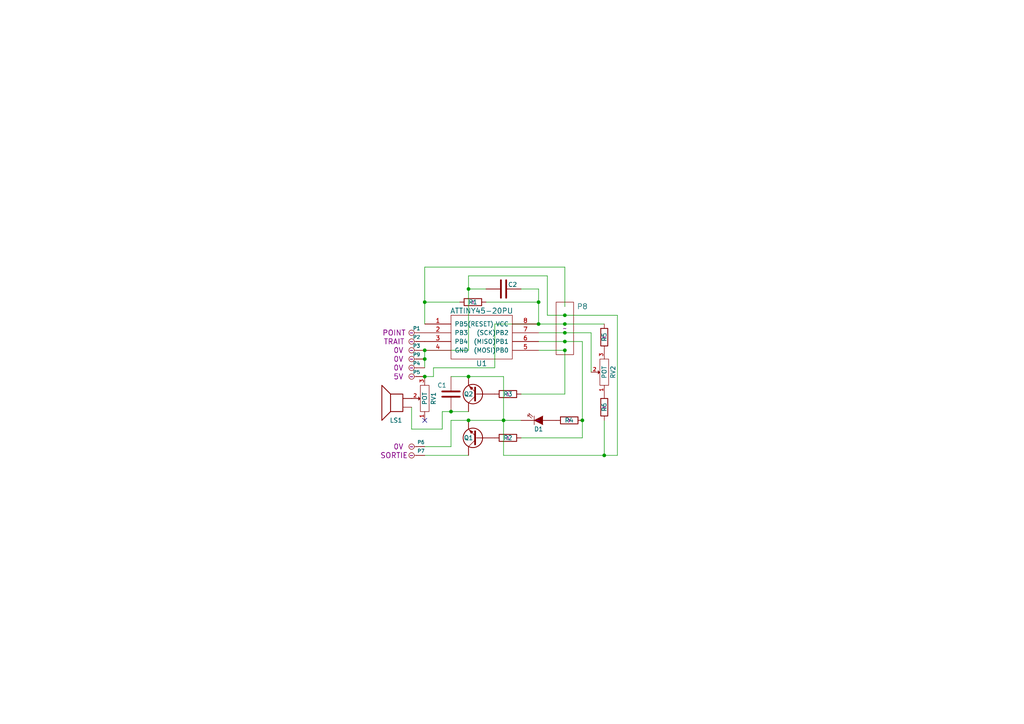
<source format=kicad_sch>
(kicad_sch (version 20211123) (generator eeschema)
  (paper "A4")
  (title_block (date "2015-01-12"))
  (lib_symbols
    (symbol "common:ATTINY45-20PU" (pin_names (offset 1.016))
      (property "Reference" "U" (at 0 7.62 0))
      (property "Value" "ATTINY45-20PU" (at 0 -7.62 0))
      (symbol "ATTINY45-20PU_0_1"
        (rectangle (start -8.89 6.35) (end 8.89 -6.35))
      )
      (symbol "ATTINY45-20PU_1_1"
        (pin input line (at -16.51 3.81 0) (length 7.62) (name "PB5(RESET)") (number "1"))
        (pin bidirectional line (at -16.51 1.27 0) (length 7.62) (name "PB3") (number "2"))
        (pin bidirectional line (at -16.51 -1.27 0) (length 7.62) (name "PB4") (number "3"))
        (pin input line (at -16.51 -3.81 0) (length 7.62) (name "GND") (number "4"))
        (pin bidirectional line (at 16.51 -3.81 180) (length 7.62) (name "(MOSI)PB0") (number "5"))
        (pin bidirectional line (at 16.51 -1.27 180) (length 7.62) (name "(MISO)PB1") (number "6"))
        (pin bidirectional line (at 16.51 1.27 180) (length 7.62) (name "(SCK)PB2") (number "7"))
        (pin input line (at 16.51 3.81 180) (length 7.62) (name "VCC") (number "8"))
      )
    )
    (symbol "common:C" (pin_numbers hide) (pin_names (offset 0.254))
      (property "Reference" "C" (at 1.27 2.54 0))
      (symbol "C_0_1"
        (polyline (pts (xy -2.54 -0.762) (xy 2.54 -0.762)) (stroke (width 0.508)))
        (polyline (pts (xy -2.54 0.762) (xy 2.54 0.762)) (stroke (width 0.508)))
      )
      (symbol "C_1_1"
        (pin passive line (at 0 5.08 270) (length 4.318) (name "~") (number "1"))
        (pin passive line (at 0 -5.08 90) (length 4.318) (name "~") (number "2"))
      )
    )
    (symbol "common:CONN_1" (pin_numbers hide) (pin_names (offset 0.762) hide)
      (property "Reference" "P" (at 2.032 0 0))
      (symbol "CONN_1_0_1"
        (polyline (pts (xy -0.762 0) (xy -1.27 0)))
        (circle (center 0 0) (radius 0.7874))
      )
      (symbol "CONN_1_1_1"
        (pin passive line (at -3.81 0 0) (length 2.54) (name "1") (number "1"))
      )
    )
    (symbol "common:CONN_6" (pin_numbers hide) (pin_names (offset 0.762) hide)
      (property "Reference" "P" (at 0 -8.89 0))
      (symbol "CONN_6_0_1"
        (rectangle (start -2.54 7.62) (end 2.54 -7.62))
      )
      (symbol "CONN_6_1_1"
        (pin passive line (at 0 6.35 90) (length 0) (name "1") (number "1"))
        (pin passive line (at 0 3.81 90) (length 0) (name "2") (number "2"))
        (pin passive line (at 0 1.27 90) (length 0) (name "3") (number "3"))
        (pin passive line (at 0 -1.27 90) (length 0) (name "4") (number "4"))
        (pin passive line (at 0 -3.81 90) (length 0) (name "5") (number "5"))
        (pin passive line (at 0 -6.35 270) (length 0) (name "6") (number "6"))
      )
    )
    (symbol "common:LED" (pin_numbers hide) (pin_names (offset 1.016) hide)
      (property "Reference" "D" (at 0 2.54 0))
      (symbol "LED_0_1"
        (polyline (pts (xy 1.27 1.27) (xy 1.27 -1.27)))
        (polyline (pts (xy -1.27 1.27) (xy 1.27 0) (xy -1.27 -1.27)) (fill (type outline)))
        (polyline (pts (xy 1.651 -1.016) (xy 2.794 -2.032) (xy 2.667 -1.397)))
        (polyline (pts (xy 2.032 -0.635) (xy 3.175 -1.651) (xy 3.048 -1.016)))
      )
      (symbol "LED_1_1"
        (pin passive line (at -5.08 0 0) (length 3.81) (name "A") (number "1"))
        (pin passive line (at 5.08 0 180) (length 3.81) (name "K") (number "2"))
      )
    )
    (symbol "common:NPN" (pin_numbers hide) (pin_names (offset 0) hide)
      (property "Reference" "Q" (at 1.27 0 0))
      (symbol "NPN_0_1"
        (polyline (pts (xy 0 0) (xy 0.635 0)))
        (polyline (pts (xy 0.635 0.635) (xy 2.54 2.54)))
        (polyline (pts (xy 0.635 -0.635) (xy 2.54 -2.54) (xy 2.54 -2.54)))
        (polyline (pts (xy 0.635 1.905) (xy 0.635 -1.905) (xy 0.635 -1.905)) (stroke (width 0.508)))
        (polyline (pts (xy 1.27 -1.778) (xy 1.778 -1.27) (xy 2.286 -2.286) (xy 1.27 -1.778) (xy 1.27 -1.778)) (fill (type outline)))
        (circle (center 1.27 0) (radius 2.8194) (stroke (width 0.254)))
      )
      (symbol "NPN_1_1"
        (pin passive line (at 2.54 5.08 270) (length 2.54) (name "C") (number "1"))
        (pin input line (at -5.08 0 0) (length 5.08) (name "B") (number "2"))
        (pin passive line (at 2.54 -5.08 90) (length 2.54) (name "E") (number "3"))
      )
    )
    (symbol "common:POT" (pin_names (offset 1.016) hide)
      (property "Reference" "RV" (at 0 -2.54 0))
      (property "Value" "POT" (at 0 0 0))
      (symbol "POT_0_1"
        (rectangle (start -3.81 1.27) (end 3.81 -1.27))
        (polyline (pts (xy 0 1.27) (xy -0.508 1.778) (xy 0.508 1.778)) (fill (type outline)))
      )
      (symbol "POT_1_1"
        (pin passive line (at -6.35 0 0) (length 2.54) (name "1") (number "1"))
        (pin passive line (at 0 3.81 270) (length 2.032) (name "2") (number "2"))
        (pin passive line (at 6.35 0 180) (length 2.54) (name "3") (number "3"))
      )
    )
    (symbol "common:R" (pin_numbers hide) (pin_names (offset 0) hide)
      (property "Reference" "R" (at 0 0 90))
      (symbol "R_0_1"
        (rectangle (start -1.016 -2.54) (end 1.016 2.54) (stroke (width 0.254)))
      )
      (symbol "R_1_1"
        (pin passive line (at 0 3.81 270) (length 1.27) (name "~") (number "1"))
        (pin passive line (at 0 -3.81 90) (length 1.27) (name "~") (number "2"))
      )
    )
    (symbol "common:Speaker" (pin_numbers hide) (pin_names (offset 0) hide)
      (property "Reference" "LS" (at 1.27 5.715 0))
      (property "Value" "Speaker" (at 1.27 3.81 0))
      (symbol "Speaker_0_0"
        (rectangle (start -2.54 1.27) (end 1.016 -3.81) (stroke (width 0.254)))
        (polyline (pts (xy 1.016 1.27) (xy 3.556 3.81) (xy 3.556 -6.35) (xy 1.016 -3.81)) (stroke (width 0.254)))
      )
      (symbol "Speaker_1_1"
        (pin input line (at -5.08 0 0) (length 2.54) (name "1") (number "1"))
        (pin input line (at -5.08 -2.54 0) (length 2.54) (name "2") (number "2"))
      )
    )
  )
  (junction (at 123.19 104.14))
  (junction (at 163.83 93.98))
  (junction (at 163.83 99.06))
  (junction (at 175.26 132.08))
  (junction (at 135.89 83.82))
  (junction (at 123.19 87.63))
  (junction (at 156.21 87.63))
  (junction (at 146.05 121.92))
  (junction (at 163.83 91.44))
  (junction (at 123.19 101.6))
  (junction (at 123.19 109.22))
  (junction (at 163.83 101.6))
  (junction (at 135.89 109.22))
  (junction (at 168.91 121.92))
  (junction (at 135.89 121.92))
  (junction (at 163.83 96.52))
  (junction (at 130.81 119.38))
  (junction (at 156.21 93.98))
  (no_connect (at 123.19 121.92))
  (wire (pts (xy 128.27 124.46) (xy 119.38 124.46)))
  (wire (pts (xy 135.89 83.82) (xy 135.89 101.6)))
  (wire (pts (xy 163.83 99.06) (xy 168.91 99.06)))
  (wire (pts (xy 123.19 77.47) (xy 163.83 77.47)))
  (wire (pts (xy 135.89 101.6) (xy 123.19 101.6)))
  (wire (pts (xy 175.26 132.08) (xy 179.07 132.08)))
  (wire (pts (xy 175.26 121.92) (xy 175.26 132.08)))
  (wire (pts (xy 146.05 121.92) (xy 151.13 121.92)))
  (wire (pts (xy 156.21 83.82) (xy 156.21 87.63)))
  (wire (pts (xy 135.89 80.01) (xy 135.89 83.82)))
  (wire (pts (xy 123.19 104.14) (xy 123.19 106.68)))
  (wire (pts (xy 163.83 114.3) (xy 151.13 114.3)))
  (wire (pts (xy 143.51 106.68) (xy 143.51 93.98)))
  (wire (pts (xy 123.19 109.22) (xy 125.73 109.22)))
  (wire (pts (xy 130.81 129.54) (xy 123.19 129.54)))
  (wire (pts (xy 168.91 127) (xy 151.13 127)))
  (wire (pts (xy 163.83 96.52) (xy 171.45 96.52)))
  (wire (pts (xy 130.81 109.22) (xy 135.89 109.22)))
  (wire (pts (xy 179.07 132.08) (xy 179.07 91.44)))
  (wire (pts (xy 158.75 91.44) (xy 163.83 91.44)))
  (wire (pts (xy 125.73 109.22) (xy 125.73 106.68)))
  (wire (pts (xy 135.89 121.92) (xy 146.05 121.92)))
  (wire (pts (xy 123.19 132.08) (xy 135.89 132.08)))
  (wire (pts (xy 171.45 96.52) (xy 171.45 107.95)))
  (wire (pts (xy 156.21 99.06) (xy 163.83 99.06)))
  (wire (pts (xy 140.97 87.63) (xy 156.21 87.63)))
  (wire (pts (xy 130.81 121.92) (xy 135.89 121.92)))
  (wire (pts (xy 151.13 83.82) (xy 156.21 83.82)))
  (wire (pts (xy 163.83 101.6) (xy 163.83 114.3)))
  (wire (pts (xy 146.05 132.08) (xy 175.26 132.08)))
  (wire (pts (xy 125.73 106.68) (xy 143.51 106.68)))
  (wire (pts (xy 135.89 80.01) (xy 158.75 80.01)))
  (wire (pts (xy 119.38 124.46) (xy 119.38 118.11)))
  (wire (pts (xy 156.21 93.98) (xy 163.83 93.98)))
  (wire (pts (xy 130.81 121.92) (xy 130.81 129.54)))
  (wire (pts (xy 123.19 77.47) (xy 123.19 87.63)))
  (wire (pts (xy 156.21 87.63) (xy 156.21 93.98)))
  (wire (pts (xy 168.91 121.92) (xy 168.91 127)))
  (wire (pts (xy 156.21 101.6) (xy 163.83 101.6)))
  (wire (pts (xy 128.27 119.38) (xy 130.81 119.38)))
  (wire (pts (xy 156.21 96.52) (xy 163.83 96.52)))
  (wire (pts (xy 163.83 91.44) (xy 179.07 91.44)))
  (wire (pts (xy 140.97 83.82) (xy 135.89 83.82)))
  (wire (pts (xy 163.83 93.98) (xy 175.26 93.98)))
  (wire (pts (xy 123.19 87.63) (xy 123.19 93.98)))
  (wire (pts (xy 158.75 80.01) (xy 158.75 91.44)))
  (wire (pts (xy 130.81 119.38) (xy 135.89 119.38)))
  (wire (pts (xy 168.91 99.06) (xy 168.91 121.92)))
  (wire (pts (xy 163.83 77.47) (xy 163.83 88.9)))
  (wire (pts (xy 146.05 121.92) (xy 146.05 132.08)))
  (wire (pts (xy 133.35 87.63) (xy 123.19 87.63)))
  (wire (pts (xy 143.51 93.98) (xy 156.21 93.98)))
  (wire (pts (xy 146.05 109.22) (xy 146.05 121.92)))
  (wire (pts (xy 128.27 119.38) (xy 128.27 124.46)))
  (wire (pts (xy 123.19 101.6) (xy 123.19 104.14)))
  (wire (pts (xy 135.89 109.22) (xy 146.05 109.22)))
  (symbol (lib_id "common:ATTINY45-20PU") (at 139.7 97.79 0) (unit 1)
    (property "Reference" "U1" (at 139.7 105.41 0) (effects (font (size 1.524 1.524))))
    (property "Value" "ATTINY45-20PU" (at 139.7 90.17 0) (effects (font (size 1.524 1.524))))
    (property "Footprint" "common:DIP-8__300" (effects hide))
  )
  (symbol (lib_id "common:CONN_6") (at 163.83 95.25 0) (unit 1)
    (property "Reference" "P8" (at 168.91 88.9 0) (effects (font (size 1.524 1.524))))
    (property "Value" "CONN_6" (effects hide))
    (property "Footprint" "common:PIN_ARRAY_6X1" (effects hide))
    (property "Datasheet" "~" (at 163.83 95.25 0) (effects (font (size 1.524 1.524))))
  )
  (symbol (lib_id "common:CONN_1") (at 119.38 96.52 180) (unit 1)
    (property "Reference" "P1" (at 121.92 95.25 0) (effects (font (size 1.016 1.016)) (justify left)))
    (property "Value" "CONN_1" (effects hide))
    (property "Footprint" "common:PIN_ARRAY_1X1" (effects hide))
    (property "Datasheet" "~" (at 119.38 96.52 0) (effects (font (size 1.524 1.524))))
    (property "Field4" "POINT" (at 114.3 96.52 0) (effects (font (size 1.524 1.524))))
  )
  (symbol (lib_id "common:CONN_1") (at 119.38 99.06 180) (unit 1)
    (property "Reference" "P2" (at 121.92 97.79 0) (effects (font (size 1.016 1.016)) (justify left)))
    (property "Value" "CONN_1" (effects hide))
    (property "Footprint" "common:PIN_ARRAY_1X1" (effects hide))
    (property "Datasheet" "~" (at 119.38 99.06 0) (effects (font (size 1.524 1.524))))
    (property "Field4" "TRAIT" (at 114.3 99.06 0) (effects (font (size 1.524 1.524))))
  )
  (symbol (lib_id "common:CONN_1") (at 119.38 101.6 180) (unit 1)
    (property "Reference" "P3" (at 121.92 100.33 0) (effects (font (size 1.016 1.016)) (justify left)))
    (property "Value" "CONN_1" (effects hide))
    (property "Footprint" "common:PIN_ARRAY_1X1" (effects hide))
    (property "Datasheet" "~" (at 119.38 101.6 0) (effects (font (size 1.524 1.524))))
    (property "Field4" "0V" (at 115.57 101.6 0) (effects (font (size 1.524 1.524))))
  )
  (symbol (lib_id "common:R") (at 137.16 87.63 270) (unit 1)
    (property "Reference" "R1" (at 137.16 87.63 90))
    (property "Value" "R" (effects hide))
    (property "Footprint" "common:R4" (effects hide))
    (property "Datasheet" "~" (at 137.16 87.63 0) (effects (font (size 1.524 1.524))))
  )
  (symbol (lib_id "common:CONN_1") (at 119.38 106.68 180) (unit 1)
    (property "Reference" "P4" (at 121.92 105.41 0) (effects (font (size 1.016 1.016)) (justify left)))
    (property "Value" "CONN_1" (effects hide))
    (property "Footprint" "common:PIN_ARRAY_1X1" (effects hide))
    (property "Datasheet" "~" (at 119.38 106.68 0) (effects (font (size 1.524 1.524))))
    (property "Field4" "0V" (at 115.57 106.68 0) (effects (font (size 1.524 1.524))))
  )
  (symbol (lib_id "common:CONN_1") (at 119.38 109.22 180) (unit 1)
    (property "Reference" "P5" (at 121.92 107.95 0) (effects (font (size 1.016 1.016)) (justify left)))
    (property "Value" "CONN_1" (effects hide))
    (property "Footprint" "common:PIN_ARRAY_1X1" (effects hide))
    (property "Datasheet" "~" (at 119.38 109.22 0) (effects (font (size 1.524 1.524))))
    (property "Field4" "5V" (at 115.57 109.22 0) (effects (font (size 1.524 1.524))))
  )
  (symbol (lib_id "common:R") (at 147.32 127 270) (unit 1)
    (property "Reference" "R2" (at 147.32 127 90))
    (property "Value" "R" (effects hide))
    (property "Footprint" "common:R4" (effects hide))
    (property "Datasheet" "~" (at 147.32 127 0) (effects (font (size 1.524 1.524))))
  )
  (symbol (lib_id "common:LED") (at 156.21 121.92 180) (unit 1)
    (property "Reference" "D1" (at 156.21 124.46 0))
    (property "Value" "LED" (effects hide))
    (property "Footprint" "common:LED-5MM" (effects hide))
    (property "Datasheet" "~" (at 156.21 121.92 0) (effects (font (size 1.524 1.524))))
  )
  (symbol (lib_id "common:R") (at 165.1 121.92 270) (unit 1)
    (property "Reference" "R4" (at 165.1 121.92 90))
    (property "Value" "R" (effects hide))
    (property "Footprint" "common:R4" (effects hide))
    (property "Datasheet" "~" (at 165.1 121.92 0) (effects (font (size 1.524 1.524))))
  )
  (symbol (lib_id "common:CONN_1") (at 119.38 129.54 180) (unit 1)
    (property "Reference" "P6" (at 123.19 128.27 0) (effects (font (size 1.016 1.016)) (justify left)))
    (property "Value" "CONN_1" (effects hide))
    (property "Footprint" "common:PIN_ARRAY_1X1" (effects hide))
    (property "Datasheet" "~" (at 119.38 129.54 0) (effects (font (size 1.524 1.524))))
    (property "Field4" "0V" (at 115.57 129.54 0) (effects (font (size 1.524 1.524))))
  )
  (symbol (lib_id "common:CONN_1") (at 119.38 132.08 180) (unit 1)
    (property "Reference" "P7" (at 123.19 130.81 0) (effects (font (size 1.016 1.016)) (justify left)))
    (property "Value" "CONN_1" (effects hide))
    (property "Footprint" "common:PIN_ARRAY_1X1" (effects hide))
    (property "Datasheet" "~" (at 119.38 132.08 0) (effects (font (size 1.524 1.524))))
    (property "Field4" "SORTIE" (at 114.3 132.08 0) (effects (font (size 1.524 1.524))))
  )
  (symbol (lib_id "common:R") (at 175.26 118.11 0) (unit 1)
    (property "Reference" "R6" (at 175.26 118.11 90))
    (property "Value" "R" (effects hide))
    (property "Footprint" "common:R4" (effects hide))
    (property "Datasheet" "~" (at 175.26 118.11 0) (effects (font (size 1.524 1.524))))
  )
  (symbol (lib_id "common:R") (at 175.26 97.79 0) (unit 1)
    (property "Reference" "R5" (at 175.26 97.79 90))
    (property "Value" "R" (effects hide))
    (property "Footprint" "common:R4" (effects hide))
    (property "Datasheet" "~" (at 175.26 97.79 0) (effects (font (size 1.524 1.524))))
  )
  (symbol (lib_id "common:NPN") (at 138.43 127 180) (unit 1)
    (property "Reference" "Q1" (at 135.89 127 0))
    (property "Value" "NPN" (effects hide))
    (property "Footprint" "common:NPN" (effects hide))
  )
  (symbol (lib_id "common:NPN") (at 138.43 114.3 180) (unit 1)
    (property "Reference" "Q2" (at 135.89 114.3 0))
    (property "Value" "NPN" (effects hide))
    (property "Footprint" "common:NPN" (effects hide))
  )
  (symbol (lib_id "common:R") (at 147.32 114.3 270) (unit 1)
    (property "Reference" "R3" (at 147.32 114.3 90))
    (property "Value" "R" (effects hide))
    (property "Footprint" "common:R4" (effects hide))
    (property "Datasheet" "~" (at 147.32 114.3 0) (effects (font (size 1.524 1.524))))
  )
  (symbol (lib_id "common:C") (at 130.81 114.3 180) (unit 1)
    (property "Reference" "C1" (at 129.54 111.76 0) (effects (justify left)))
    (property "Value" "C" (effects hide))
    (property "Footprint" "common:C2" (effects hide))
  )
  (symbol (lib_id "common:C") (at 146.05 83.82 270) (unit 1)
    (property "Reference" "C2" (at 147.32 82.55 90) (effects (justify left)))
    (property "Value" "C" (effects hide))
    (property "Footprint" "common:C2" (effects hide))
  )
  (symbol (lib_id "common:Speaker") (at 114.3 118.11 180) (unit 1)
    (property "Reference" "LS1" (at 113.03 121.92 0) (effects (justify right)))
    (property "Value" "Speaker" (effects hide))
    (property "Footprint" "common:PIN_ARRAY_2X1" (effects hide))
  )
  (symbol (lib_id "common:POT") (at 175.26 107.95 90) (unit 1)
    (property "Reference" "RV2" (at 177.8 107.95 0))
    (property "Value" "POT" (at 175.26 107.95 0))
    (property "Footprint" "common:POT_V" (effects hide))
  )
  (symbol (lib_id "common:POT") (at 123.19 115.57 90) (unit 1)
    (property "Reference" "RV1" (at 125.73 115.57 0))
    (property "Value" "POT" (at 123.19 115.57 0))
    (property "Footprint" "common:POT_V" (effects hide))
  )
  (symbol (lib_id "common:CONN_1") (at 119.38 104.14 180) (unit 1)
    (property "Reference" "P9" (at 121.92 102.87 0) (effects (font (size 1.016 1.016)) (justify left)))
    (property "Value" "CONN_1" (effects hide))
    (property "Footprint" "common:PIN_ARRAY_1X1" (effects hide))
    (property "Datasheet" "~" (at 119.38 104.14 0) (effects (font (size 1.524 1.524))))
    (property "Field4" "0V" (at 115.57 104.14 0) (effects (font (size 1.524 1.524))))
  )
)
</source>
